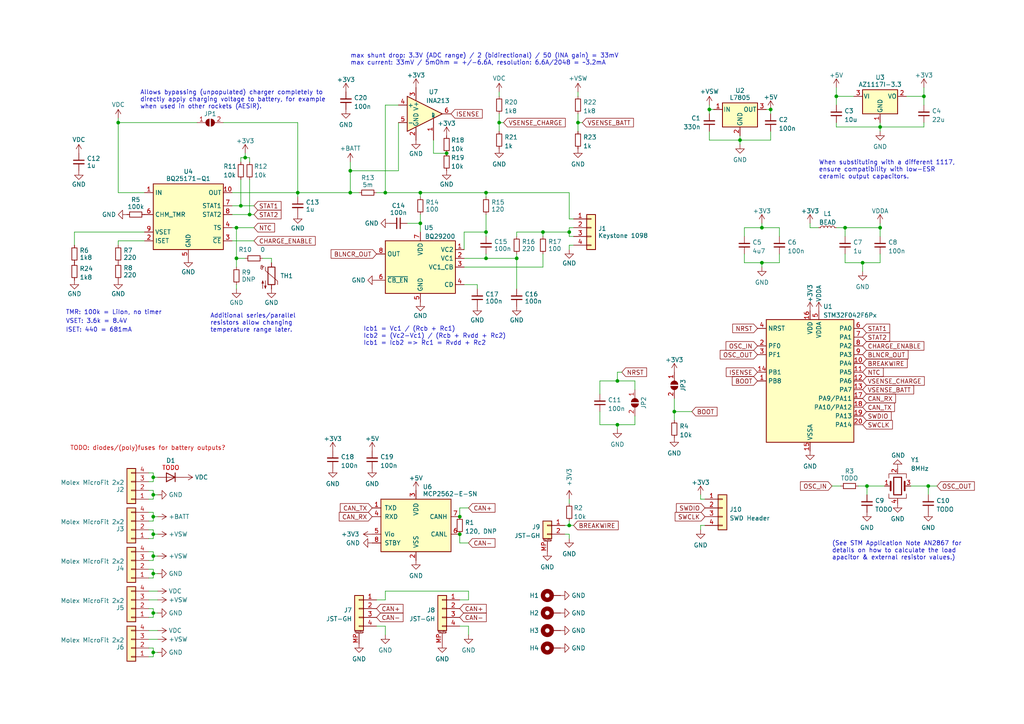
<source format=kicad_sch>
(kicad_sch (version 20230121) (generator eeschema)
  (paper "A4")
  (junction (at 242.57 27.94))
  (junction (at 255.27 66.04))
  (junction (at 220.98 66.04))
  (junction (at 44.45 177.8))
  (junction (at 111.76 55.88))
  (junction (at 68.58 66.04))
  (junction (at 121.92 55.88))
  (junction (at 144.78 35.56))
  (junction (at 140.97 67.31))
  (junction (at 72.39 62.23))
  (junction (at 255.27 36.83))
  (junction (at 34.29 35.56))
  (junction (at 179.07 110.49))
  (junction (at 129.54 44.45))
  (junction (at 140.97 55.88))
  (junction (at 140.97 74.93))
  (junction (at 195.58 119.38))
  (junction (at 44.45 161.29))
  (junction (at 165.1 152.4))
  (junction (at 205.74 31.75))
  (junction (at 86.36 55.88))
  (junction (at 71.12 45.72))
  (junction (at 269.24 140.97))
  (junction (at 44.45 138.43))
  (junction (at 220.98 76.2))
  (junction (at 214.63 40.64))
  (junction (at 44.45 149.86))
  (junction (at 101.6 49.53))
  (junction (at 44.45 189.23))
  (junction (at 69.85 59.69))
  (junction (at 250.19 76.2))
  (junction (at 223.52 31.75))
  (junction (at 133.35 154.94))
  (junction (at 157.48 67.31))
  (junction (at 149.86 74.93))
  (junction (at 133.35 149.86))
  (junction (at 68.58 74.93))
  (junction (at 179.07 123.19))
  (junction (at 121.92 64.77))
  (junction (at 245.11 66.04))
  (junction (at 167.64 35.56))
  (junction (at 101.6 55.88))
  (junction (at 44.45 166.37))
  (junction (at 267.97 27.94))
  (junction (at 44.45 143.51))
  (junction (at 251.46 140.97))
  (junction (at 165.1 67.31))
  (junction (at 44.45 154.94))
  (wire (pts (xy 135.89 181.61) (xy 135.89 184.15)))
  (wire (pts (xy 269.24 140.97) (xy 269.24 143.51)))
  (wire (pts (xy 111.76 173.99) (xy 109.22 173.99)))
  (wire (pts (xy 255.27 66.04) (xy 255.27 68.58)))
  (wire (pts (xy 267.97 27.94) (xy 262.89 27.94)))
  (wire (pts (xy 255.27 64.77) (xy 255.27 66.04)))
  (wire (pts (xy 45.72 171.45) (xy 43.18 171.45)))
  (wire (pts (xy 44.45 139.7) (xy 43.18 139.7)))
  (wire (pts (xy 69.85 45.72) (xy 69.85 46.99)))
  (wire (pts (xy 44.45 137.16) (xy 44.45 138.43)))
  (wire (pts (xy 267.97 25.4) (xy 267.97 27.94)))
  (wire (pts (xy 44.45 179.07) (xy 43.18 179.07)))
  (wire (pts (xy 134.62 77.47) (xy 157.48 77.47)))
  (wire (pts (xy 220.98 64.77) (xy 220.98 66.04)))
  (wire (pts (xy 215.9 66.04) (xy 215.9 68.58)))
  (wire (pts (xy 45.72 189.23) (xy 44.45 189.23)))
  (wire (pts (xy 44.45 156.21) (xy 43.18 156.21)))
  (wire (pts (xy 223.52 38.1) (xy 223.52 40.64)))
  (wire (pts (xy 86.36 35.56) (xy 86.36 55.88)))
  (wire (pts (xy 149.86 74.93) (xy 149.86 83.82)))
  (wire (pts (xy 167.64 35.56) (xy 168.91 35.56)))
  (wire (pts (xy 44.45 143.51) (xy 44.45 142.24)))
  (wire (pts (xy 45.72 138.43) (xy 44.45 138.43)))
  (wire (pts (xy 44.45 160.02) (xy 43.18 160.02)))
  (wire (pts (xy 144.78 26.67) (xy 144.78 27.94)))
  (wire (pts (xy 223.52 31.75) (xy 223.52 33.02)))
  (wire (pts (xy 220.98 66.04) (xy 226.06 66.04)))
  (wire (pts (xy 241.3 140.97) (xy 243.84 140.97)))
  (wire (pts (xy 165.1 154.94) (xy 165.1 156.21)))
  (wire (pts (xy 215.9 66.04) (xy 220.98 66.04)))
  (wire (pts (xy 45.72 143.51) (xy 44.45 143.51)))
  (wire (pts (xy 157.48 67.31) (xy 165.1 67.31)))
  (wire (pts (xy 44.45 176.53) (xy 43.18 176.53)))
  (wire (pts (xy 111.76 30.48) (xy 115.57 30.48)))
  (wire (pts (xy 69.85 52.07) (xy 69.85 59.69)))
  (wire (pts (xy 165.1 66.04) (xy 165.1 67.31)))
  (wire (pts (xy 125.73 44.45) (xy 125.73 40.64)))
  (wire (pts (xy 220.98 76.2) (xy 226.06 76.2)))
  (wire (pts (xy 255.27 76.2) (xy 255.27 73.66)))
  (wire (pts (xy 44.45 137.16) (xy 43.18 137.16)))
  (wire (pts (xy 44.45 161.29) (xy 44.45 162.56)))
  (wire (pts (xy 195.58 119.38) (xy 200.66 119.38)))
  (wire (pts (xy 121.92 62.23) (xy 121.92 64.77)))
  (wire (pts (xy 144.78 35.56) (xy 146.05 35.56)))
  (wire (pts (xy 242.57 66.04) (xy 245.11 66.04)))
  (wire (pts (xy 111.76 173.99) (xy 111.76 171.45)))
  (wire (pts (xy 101.6 55.88) (xy 104.14 55.88)))
  (wire (pts (xy 149.86 73.66) (xy 149.86 74.93)))
  (wire (pts (xy 133.35 154.94) (xy 133.35 157.48)))
  (wire (pts (xy 44.45 153.67) (xy 43.18 153.67)))
  (wire (pts (xy 86.36 55.88) (xy 101.6 55.88)))
  (wire (pts (xy 44.45 177.8) (xy 44.45 179.07)))
  (wire (pts (xy 140.97 74.93) (xy 149.86 74.93)))
  (wire (pts (xy 134.62 74.93) (xy 140.97 74.93)))
  (wire (pts (xy 237.49 66.04) (xy 234.95 66.04)))
  (wire (pts (xy 165.1 63.5) (xy 165.1 55.88)))
  (wire (pts (xy 45.72 185.42) (xy 43.18 185.42)))
  (wire (pts (xy 44.45 151.13) (xy 43.18 151.13)))
  (wire (pts (xy 167.64 33.02) (xy 167.64 35.56)))
  (wire (pts (xy 215.9 76.2) (xy 220.98 76.2)))
  (wire (pts (xy 222.25 31.75) (xy 223.52 31.75)))
  (wire (pts (xy 73.66 59.69) (xy 69.85 59.69)))
  (wire (pts (xy 68.58 82.55) (xy 68.58 83.82)))
  (wire (pts (xy 76.2 74.93) (xy 78.74 74.93)))
  (wire (pts (xy 111.76 181.61) (xy 109.22 181.61)))
  (wire (pts (xy 34.29 35.56) (xy 34.29 55.88)))
  (wire (pts (xy 167.64 35.56) (xy 167.64 38.1)))
  (wire (pts (xy 144.78 33.02) (xy 144.78 35.56)))
  (wire (pts (xy 44.45 166.37) (xy 44.45 167.64)))
  (wire (pts (xy 140.97 67.31) (xy 140.97 68.58)))
  (wire (pts (xy 166.37 66.04) (xy 165.1 66.04)))
  (wire (pts (xy 214.63 40.64) (xy 214.63 41.91)))
  (wire (pts (xy 44.45 162.56) (xy 43.18 162.56)))
  (wire (pts (xy 73.66 62.23) (xy 72.39 62.23)))
  (wire (pts (xy 129.54 44.45) (xy 125.73 44.45)))
  (wire (pts (xy 44.45 154.94) (xy 44.45 156.21)))
  (wire (pts (xy 69.85 59.69) (xy 67.31 59.69)))
  (wire (pts (xy 34.29 69.85) (xy 41.91 69.85)))
  (wire (pts (xy 67.31 66.04) (xy 68.58 66.04)))
  (wire (pts (xy 245.11 66.04) (xy 255.27 66.04)))
  (wire (pts (xy 134.62 67.31) (xy 140.97 67.31)))
  (wire (pts (xy 135.89 147.32) (xy 133.35 147.32)))
  (wire (pts (xy 207.01 31.75) (xy 205.74 31.75)))
  (wire (pts (xy 165.1 151.13) (xy 165.1 152.4)))
  (wire (pts (xy 44.45 138.43) (xy 44.45 139.7)))
  (wire (pts (xy 220.98 76.2) (xy 220.98 77.47)))
  (wire (pts (xy 165.1 72.39) (xy 165.1 71.12)))
  (wire (pts (xy 245.11 66.04) (xy 245.11 68.58)))
  (wire (pts (xy 149.86 67.31) (xy 149.86 68.58)))
  (wire (pts (xy 71.12 45.72) (xy 69.85 45.72)))
  (wire (pts (xy 121.92 57.15) (xy 121.92 55.88)))
  (wire (pts (xy 179.07 110.49) (xy 173.99 110.49)))
  (wire (pts (xy 251.46 140.97) (xy 251.46 143.51)))
  (wire (pts (xy 44.45 189.23) (xy 44.45 190.5)))
  (wire (pts (xy 165.1 67.31) (xy 165.1 68.58)))
  (wire (pts (xy 86.36 57.15) (xy 86.36 55.88)))
  (wire (pts (xy 72.39 52.07) (xy 72.39 62.23)))
  (wire (pts (xy 44.45 142.24) (xy 43.18 142.24)))
  (wire (pts (xy 140.97 74.93) (xy 140.97 73.66)))
  (wire (pts (xy 250.19 76.2) (xy 245.11 76.2)))
  (wire (pts (xy 109.22 55.88) (xy 111.76 55.88)))
  (wire (pts (xy 242.57 35.56) (xy 242.57 36.83)))
  (wire (pts (xy 256.54 140.97) (xy 251.46 140.97)))
  (wire (pts (xy 73.66 69.85) (xy 67.31 69.85)))
  (wire (pts (xy 111.76 55.88) (xy 121.92 55.88)))
  (wire (pts (xy 111.76 30.48) (xy 111.76 55.88)))
  (wire (pts (xy 214.63 40.64) (xy 205.74 40.64)))
  (wire (pts (xy 34.29 35.56) (xy 57.15 35.56)))
  (wire (pts (xy 44.45 190.5) (xy 43.18 190.5)))
  (wire (pts (xy 167.64 26.67) (xy 167.64 27.94)))
  (wire (pts (xy 111.76 171.45) (xy 135.89 171.45)))
  (wire (pts (xy 165.1 68.58) (xy 166.37 68.58)))
  (wire (pts (xy 72.39 45.72) (xy 71.12 45.72)))
  (wire (pts (xy 195.58 115.57) (xy 195.58 119.38)))
  (wire (pts (xy 205.74 31.75) (xy 205.74 33.02)))
  (wire (pts (xy 134.62 67.31) (xy 134.62 72.39)))
  (wire (pts (xy 267.97 30.48) (xy 267.97 27.94)))
  (wire (pts (xy 78.74 74.93) (xy 78.74 76.2)))
  (wire (pts (xy 118.11 64.77) (xy 121.92 64.77)))
  (wire (pts (xy 179.07 107.95) (xy 180.34 107.95)))
  (wire (pts (xy 242.57 27.94) (xy 247.65 27.94)))
  (wire (pts (xy 111.76 181.61) (xy 111.76 184.15)))
  (wire (pts (xy 44.45 160.02) (xy 44.45 161.29)))
  (wire (pts (xy 101.6 49.53) (xy 101.6 55.88)))
  (wire (pts (xy 44.45 148.59) (xy 44.45 149.86)))
  (wire (pts (xy 44.45 143.51) (xy 44.45 144.78)))
  (wire (pts (xy 45.72 177.8) (xy 44.45 177.8)))
  (wire (pts (xy 179.07 123.19) (xy 173.99 123.19)))
  (wire (pts (xy 72.39 62.23) (xy 67.31 62.23)))
  (wire (pts (xy 264.16 140.97) (xy 269.24 140.97)))
  (wire (pts (xy 68.58 74.93) (xy 71.12 74.93)))
  (wire (pts (xy 64.77 35.56) (xy 86.36 35.56)))
  (wire (pts (xy 173.99 110.49) (xy 173.99 114.3)))
  (wire (pts (xy 165.1 152.4) (xy 166.37 152.4)))
  (wire (pts (xy 101.6 49.53) (xy 115.57 49.53)))
  (wire (pts (xy 45.72 166.37) (xy 44.45 166.37)))
  (wire (pts (xy 205.74 40.64) (xy 205.74 38.1)))
  (wire (pts (xy 72.39 46.99) (xy 72.39 45.72)))
  (wire (pts (xy 44.45 153.67) (xy 44.45 154.94)))
  (wire (pts (xy 184.15 110.49) (xy 179.07 110.49)))
  (wire (pts (xy 67.31 55.88) (xy 86.36 55.88)))
  (wire (pts (xy 215.9 76.2) (xy 215.9 73.66)))
  (wire (pts (xy 115.57 49.53) (xy 115.57 35.56)))
  (wire (pts (xy 226.06 76.2) (xy 226.06 73.66)))
  (wire (pts (xy 45.72 149.86) (xy 44.45 149.86)))
  (wire (pts (xy 157.48 68.58) (xy 157.48 67.31)))
  (wire (pts (xy 101.6 46.99) (xy 101.6 49.53)))
  (wire (pts (xy 242.57 27.94) (xy 242.57 30.48)))
  (wire (pts (xy 140.97 62.23) (xy 140.97 67.31)))
  (wire (pts (xy 214.63 39.37) (xy 214.63 40.64)))
  (wire (pts (xy 255.27 36.83) (xy 242.57 36.83)))
  (wire (pts (xy 45.72 173.99) (xy 43.18 173.99)))
  (wire (pts (xy 250.19 76.2) (xy 255.27 76.2)))
  (wire (pts (xy 140.97 55.88) (xy 165.1 55.88)))
  (wire (pts (xy 133.35 147.32) (xy 133.35 149.86)))
  (wire (pts (xy 226.06 66.04) (xy 226.06 68.58)))
  (wire (pts (xy 144.78 35.56) (xy 144.78 38.1)))
  (wire (pts (xy 184.15 110.49) (xy 184.15 113.03)))
  (wire (pts (xy 205.74 31.75) (xy 205.74 30.48)))
  (wire (pts (xy 44.45 165.1) (xy 44.45 166.37)))
  (wire (pts (xy 44.45 187.96) (xy 43.18 187.96)))
  (wire (pts (xy 223.52 40.64) (xy 214.63 40.64)))
  (wire (pts (xy 179.07 123.19) (xy 184.15 123.19)))
  (wire (pts (xy 34.29 55.88) (xy 41.91 55.88)))
  (wire (pts (xy 44.45 167.64) (xy 43.18 167.64)))
  (wire (pts (xy 138.43 82.55) (xy 134.62 82.55)))
  (wire (pts (xy 195.58 119.38) (xy 195.58 121.92)))
  (wire (pts (xy 45.72 161.29) (xy 44.45 161.29)))
  (wire (pts (xy 44.45 148.59) (xy 43.18 148.59)))
  (wire (pts (xy 34.29 69.85) (xy 34.29 71.12)))
  (wire (pts (xy 135.89 171.45) (xy 135.89 173.99)))
  (wire (pts (xy 45.72 154.94) (xy 44.45 154.94)))
  (wire (pts (xy 267.97 36.83) (xy 255.27 36.83)))
  (wire (pts (xy 163.83 152.4) (xy 165.1 152.4)))
  (wire (pts (xy 44.45 176.53) (xy 44.45 177.8)))
  (wire (pts (xy 43.18 144.78) (xy 44.45 144.78)))
  (wire (pts (xy 271.78 140.97) (xy 269.24 140.97)))
  (wire (pts (xy 157.48 73.66) (xy 157.48 77.47)))
  (wire (pts (xy 121.92 55.88) (xy 140.97 55.88)))
  (wire (pts (xy 68.58 66.04) (xy 68.58 74.93)))
  (wire (pts (xy 71.12 45.72) (xy 71.12 44.45)))
  (wire (pts (xy 245.11 76.2) (xy 245.11 73.66)))
  (wire (pts (xy 133.35 157.48) (xy 135.89 157.48)))
  (wire (pts (xy 184.15 120.65) (xy 184.15 123.19)))
  (wire (pts (xy 179.07 110.49) (xy 179.07 107.95)))
  (wire (pts (xy 149.86 67.31) (xy 157.48 67.31)))
  (wire (pts (xy 44.45 149.86) (xy 44.45 151.13)))
  (wire (pts (xy 135.89 181.61) (xy 133.35 181.61)))
  (wire (pts (xy 203.2 144.78) (xy 203.2 143.51)))
  (wire (pts (xy 121.92 64.77) (xy 121.92 67.31)))
  (wire (pts (xy 179.07 124.46) (xy 179.07 123.19)))
  (wire (pts (xy 138.43 83.82) (xy 138.43 82.55)))
  (wire (pts (xy 165.1 144.78) (xy 165.1 146.05)))
  (wire (pts (xy 204.47 152.4) (xy 203.2 152.4)))
  (wire (pts (xy 234.95 64.77) (xy 234.95 66.04)))
  (wire (pts (xy 140.97 57.15) (xy 140.97 55.88)))
  (wire (pts (xy 255.27 35.56) (xy 255.27 36.83)))
  (wire (pts (xy 165.1 63.5) (xy 166.37 63.5)))
  (wire (pts (xy 248.92 140.97) (xy 251.46 140.97)))
  (wire (pts (xy 163.83 154.94) (xy 165.1 154.94)))
  (wire (pts (xy 21.59 67.31) (xy 21.59 71.12)))
  (wire (pts (xy 44.45 165.1) (xy 43.18 165.1)))
  (wire (pts (xy 250.19 78.74) (xy 250.19 76.2)))
  (wire (pts (xy 44.45 187.96) (xy 44.45 189.23)))
  (wire (pts (xy 41.91 67.31) (xy 21.59 67.31)))
  (wire (pts (xy 242.57 25.4) (xy 242.57 27.94)))
  (wire (pts (xy 34.29 34.29) (xy 34.29 35.56)))
  (wire (pts (xy 255.27 36.83) (xy 255.27 38.1)))
  (wire (pts (xy 68.58 74.93) (xy 68.58 77.47)))
  (wire (pts (xy 45.72 182.88) (xy 43.18 182.88)))
  (wire (pts (xy 165.1 71.12) (xy 166.37 71.12)))
  (wire (pts (xy 204.47 144.78) (xy 203.2 144.78)))
  (wire (pts (xy 173.99 123.19) (xy 173.99 119.38)))
  (wire (pts (xy 68.58 66.04) (xy 73.66 66.04)))
  (wire (pts (xy 203.2 152.4) (xy 203.2 153.67)))
  (wire (pts (xy 267.97 35.56) (xy 267.97 36.83)))
  (wire (pts (xy 133.35 173.99) (xy 135.89 173.99)))
  (text "(See STM Application Note AN2867 for\ndetails on how to calculate the load \napacitor & external resistor values.)" (at 241.3 162.56 0) (effects (font (size 1.27 1.27)) (justify left bottom)))
  (text "TODO: diodes/(poly)fuses for battery outputs?" (at 20.32 130.81 0) (effects (font (size 1.27 1.27)) (justify left bottom)))
  (text "Icb1 = Vc1 / (Rcb + Rc1)\nIcb2 = (Vc2-Vc1) / (Rcb + Rvdd + Rc2)\nIcb1 = Icb2 => Rc1 = Rvdd + Rc2" (at 105.41 100.33 0) (effects (font (size 1.27 1.27)) (justify left bottom)))
  (text "When substituting with a different 1117,\nensure compatibility with low-ESR\nceramic output capacitors." (at 237.49 52.07 0) (effects (font (size 1.27 1.27)) (justify left bottom)))
  (text "max shunt drop: 3.3V (ADC range) / 2 (bidirectional) / 50 (INA gain) = 33mV\nmax current: 33mV / 5mOhm = +/-6.6A, resolution: 6.6A/2048 = ~3.2mA" (at 101.6 19.05 0) (effects (font (size 1.27 1.27)) (justify left bottom)))
  (text "TMR: 100k = LiIon, no timer" (at 19.05 91.44 0) (effects (font (size 1.27 1.27)) (justify left bottom)))
  (text "VSET: 3.6k = 8.4V" (at 19.05 93.98 0) (effects (font (size 1.27 1.27)) (justify left bottom)))
  (text "Allows bypassing (unpopulated) charger completely to\ndirectly apply charging voltage to battery, for example\nwhen used in other rockets (AESIR)." (at 40.64 31.75 0) (effects (font (size 1.27 1.27)) (justify left bottom)))
  (text "Additional series/parallel\nresistors allow changing\ntemperature range later." (at 60.96 96.52 0) (effects (font (size 1.27 1.27)) (justify left bottom)))
  (text "ISET: 440 = 681mA" (at 19.05 96.52 0) (effects (font (size 1.27 1.27)) (justify left bottom)))
  (global_label "STAT2" (shape input) (at 73.66 62.23 0) (property "Intersheetrefs" "${INTERSHEET_REFS}" (effects hide)))
  (global_label "BREAKWIRE" (shape input) (at 166.37 152.4 0) (property "Intersheetrefs" "${INTERSHEET_REFS}" (effects hide)))
  (global_label "SWDIO" (shape input) (at 204.47 147.32 180) (property "Intersheetrefs" "${INTERSHEET_REFS}" (effects hide)))
  (global_label "CAN_TX" (shape input) (at 250.19 118.11 0) (property "Intersheetrefs" "${INTERSHEET_REFS}" (effects hide)))
  (global_label "CAN_TX" (shape input) (at 107.95 147.32 180) (property "Intersheetrefs" "${INTERSHEET_REFS}" (effects hide)))
  (global_label "OSC_OUT" (shape input) (at 271.78 140.97 0) (property "Intersheetrefs" "${INTERSHEET_REFS}" (effects hide)))
  (global_label "ISENSE" (shape input) (at 219.71 107.95 180) (property "Intersheetrefs" "${INTERSHEET_REFS}" (effects hide)))
  (global_label "NRST" (shape input) (at 180.34 107.95 0) (property "Intersheetrefs" "${INTERSHEET_REFS}" (effects hide)))
  (global_label "CAN+" (shape input) (at 109.22 176.53 0) (property "Intersheetrefs" "${INTERSHEET_REFS}" (effects hide)))
  (global_label "NRST" (shape input) (at 219.71 95.25 180) (property "Intersheetrefs" "${INTERSHEET_REFS}" (effects hide)))
  (global_label "VSENSE_CHARGE" (shape input) (at 146.05 35.56 0) (property "Intersheetrefs" "${INTERSHEET_REFS}" (effects hide)))
  (global_label "ISENSE" (shape input) (at 130.81 33.02 0) (property "Intersheetrefs" "${INTERSHEET_REFS}" (effects hide)))
  (global_label "STAT2" (shape input) (at 250.19 97.79 0) (property "Intersheetrefs" "${INTERSHEET_REFS}" (effects hide)))
  (global_label "VSENSE_BATT" (shape input) (at 168.91 35.56 0) (property "Intersheetrefs" "${INTERSHEET_REFS}" (effects hide)))
  (global_label "STAT1" (shape input) (at 250.19 95.25 0) (property "Intersheetrefs" "${INTERSHEET_REFS}" (effects hide)))
  (global_label "SWCLK" (shape input) (at 250.19 123.19 0) (property "Intersheetrefs" "${INTERSHEET_REFS}" (effects hide)))
  (global_label "VSENSE_BATT" (shape input) (at 250.19 113.03 0) (property "Intersheetrefs" "${INTERSHEET_REFS}" (effects hide)))
  (global_label "CAN+" (shape input) (at 135.89 147.32 0) (property "Intersheetrefs" "${INTERSHEET_REFS}" (effects hide)))
  (global_label "OSC_IN" (shape input) (at 241.3 140.97 180) (property "Intersheetrefs" "${INTERSHEET_REFS}" (effects hide)))
  (global_label "CAN+" (shape input) (at 133.35 176.53 0) (property "Intersheetrefs" "${INTERSHEET_REFS}" (effects hide)))
  (global_label "SWCLK" (shape input) (at 204.47 149.86 180) (property "Intersheetrefs" "${INTERSHEET_REFS}" (effects hide)))
  (global_label "NTC" (shape input) (at 250.19 107.95 0) (property "Intersheetrefs" "${INTERSHEET_REFS}" (effects hide)))
  (global_label "CAN-" (shape input) (at 135.89 157.48 0) (property "Intersheetrefs" "${INTERSHEET_REFS}" (effects hide)))
  (global_label "OSC_IN" (shape input) (at 219.71 100.33 180) (property "Intersheetrefs" "${INTERSHEET_REFS}" (effects hide)))
  (global_label "BOOT" (shape input) (at 219.71 110.49 180) (property "Intersheetrefs" "${INTERSHEET_REFS}" (effects hide)))
  (global_label "BREAKWIRE" (shape input) (at 250.19 105.41 0) (property "Intersheetrefs" "${INTERSHEET_REFS}" (effects hide)))
  (global_label "OSC_OUT" (shape input) (at 219.71 102.87 180) (property "Intersheetrefs" "${INTERSHEET_REFS}" (effects hide)))
  (global_label "BOOT" (shape input) (at 200.66 119.38 0) (property "Intersheetrefs" "${INTERSHEET_REFS}" (effects hide)))
  (global_label "STAT1" (shape input) (at 73.66 59.69 0) (property "Intersheetrefs" "${INTERSHEET_REFS}" (effects hide)))
  (global_label "SWDIO" (shape input) (at 250.19 120.65 0) (property "Intersheetrefs" "${INTERSHEET_REFS}" (effects hide)))
  (global_label "CAN-" (shape input) (at 109.22 179.07 0) (property "Intersheetrefs" "${INTERSHEET_REFS}" (effects hide)))
  (global_label "NTC" (shape input) (at 73.66 66.04 0) (property "Intersheetrefs" "${INTERSHEET_REFS}" (effects hide)))
  (global_label "CAN-" (shape input) (at 133.35 179.07 0) (property "Intersheetrefs" "${INTERSHEET_REFS}" (effects hide)))
  (global_label "BLNCR_OUT" (shape input) (at 109.22 73.66 180) (property "Intersheetrefs" "${INTERSHEET_REFS}" (effects hide)))
  (global_label "CHARGE_ENABLE" (shape input) (at 73.66 69.85 0) (property "Intersheetrefs" "${INTERSHEET_REFS}" (effects hide)))
  (global_label "VSENSE_CHARGE" (shape input) (at 250.19 110.49 0) (property "Intersheetrefs" "${INTERSHEET_REFS}" (effects hide)))
  (global_label "CHARGE_ENABLE" (shape input) (at 250.19 100.33 0) (property "Intersheetrefs" "${INTERSHEET_REFS}" (effects hide)))
  (global_label "BLNCR_OUT" (shape input) (at 250.19 102.87 0) (property "Intersheetrefs" "${INTERSHEET_REFS}" (effects hide)))
  (global_label "CAN_RX" (shape input) (at 250.19 115.57 0) (property "Intersheetrefs" "${INTERSHEET_REFS}" (effects hide)))
  (global_label "CAN_RX" (shape input) (at 107.95 149.86 180) (property "Intersheetrefs" "${INTERSHEET_REFS}" (effects hide)))
  (symbol (lib_id "Device:R_Small") (at 157.48 71.12 180) (unit 1)
    (property "Reference" "R17" (at 158.9786 70.096 0) (effects (justify right)))
    (property "Value" "100" (at 158.9786 72.144 0) (effects (justify right)))
    (property "Footprint" "Resistor_SMD:R_0603_1608Metric" (effects hide))
    (property "Manufacturer" "YAGEO" (effects hide))
  )
  (symbol (lib_id "power:+BATT") (at 45.72 149.86 270) (unit 1)
    (property "Reference" "#PWR06" (effects hide))
    (property "Value" "+BATT" (at 48.895 149.86 90) (effects (justify left)))
  )
  (symbol (lib_id "power:GND") (at 21.59 81.28 0) (unit 1)
    (property "Reference" "#PWR058" (effects hide))
    (property "Value" "GND" (at 21.59 85.225 0))
  )
  (symbol (lib_id "power:VDC") (at 144.78 26.67 0) (unit 1)
    (property "Reference" "#PWR080" (effects hide))
    (property "Value" "VDC" (at 144.78 22.725 0))
  )
  (symbol (lib_id "power:GND") (at 129.54 49.53 0) (unit 1)
    (property "Reference" "#PWR079" (effects hide))
    (property "Value" "GND" (at 129.54 53.475 0))
  )
  (symbol (lib_id "Device:C_Small") (at 267.97 33.02 180) (unit 1)
    (property "Reference" "C4" (at 270.2941 32.1789 0) (effects (justify right)))
    (property "Value" "22u" (at 270.2941 34.7158 0) (effects (justify right)))
    (property "Footprint" "Capacitor_SMD:C_1206_3216Metric" (effects hide))
    (property "LCSC#" "C12891" (effects hide))
    (property "Manufacturer" "Samsung Electro-Mechanics" (effects hide))
    (property "Part#" "CL31A226KAHNNNE" (effects hide))
  )
  (symbol (lib_id "power:GND") (at 107.95 157.48 270) (unit 1)
    (property "Reference" "#PWR032" (effects hide))
    (property "Value" "GND" (at 100.33 157.48 90) (effects (justify left)))
  )
  (symbol (lib_id "Device:R_Small") (at 165.1 148.59 0) (unit 1)
    (property "Reference" "R2" (at 166.37 147.32 0) (effects (justify left)))
    (property "Value" "10k" (at 166.37 149.86 0) (effects (justify left)))
    (property "Footprint" "Resistor_SMD:R_0603_1608Metric" (effects hide))
    (property "LCSC#" "C98220" (effects hide))
    (property "Manufacturer" "YAGEO" (effects hide))
    (property "Part#" "RC0603FR-0710KL" (effects hide))
  )
  (symbol (lib_id "power:GND") (at 260.35 135.89 180) (unit 1)
    (property "Reference" "#PWR046" (effects hide))
    (property "Value" "GND" (at 258.445 132.08 0) (effects (justify right)))
  )
  (symbol (lib_id "power:GND") (at 214.63 41.91 0) (unit 1)
    (property "Reference" "#PWR025" (effects hide))
    (property "Value" "GND" (at 214.63 46.3534 0))
  )
  (symbol (lib_id "Mechanical:MountingHole_Pad") (at 160.02 177.8 90) (unit 1)
    (property "Reference" "H2" (at 154.94 177.8 90))
    (property "Value" "MountingHole_Pad" (effects hide))
    (property "Footprint" "MountingHole:MountingHole_3.2mm_M3_Pad_Via" (effects hide))
  )
  (symbol (lib_id "Device:Crystal_GND24") (at 260.35 140.97 0) (unit 1)
    (property "Reference" "Y1" (at 264.16 133.35 0) (effects (justify left)))
    (property "Value" "8MHz" (at 264.16 135.89 0) (effects (justify left)))
    (property "Footprint" "Oscillator:Oscillator_SMD_SeikoEpson_SG210-4Pin_2.5x2.0mm" (effects hide))
    (property "Manufacturer" "Seiko Epson" (effects hide))
  )
  (symbol (lib_id "Device:C_Small") (at 215.9 71.12 180) (unit 1)
    (property "Reference" "C5" (at 218.2241 70.2789 0) (effects (justify right)))
    (property "Value" "4u7" (at 218.2241 72.8158 0) (effects (justify right)))
    (property "Footprint" "Capacitor_SMD:C_1206_3216Metric" (effects hide))
    (property "LCSC#" "C1872" (effects hide))
    (property "Manufacturer" "Samsung Electro-Mechanics" (effects hide))
    (property "Part#" "CL31B475KAHNNNE" (effects hide))
  )
  (symbol (lib_id "power:+3V3") (at 195.58 107.95 0) (unit 1)
    (property "Reference" "#PWR051" (effects hide))
    (property "Value" "+3V3" (at 195.58 104.3742 0))
  )
  (symbol (lib_id "Device:C_Small") (at 107.95 133.35 180) (unit 1)
    (property "Reference" "C19" (at 110.2741 132.5089 0) (effects (justify right)))
    (property "Value" "100n" (at 110.2741 135.0458 0) (effects (justify right)))
    (property "Footprint" "Capacitor_SMD:C_0603_1608Metric" (effects hide))
    (property "LCSC#" "C1591" (effects hide))
    (property "Manufacturer" "Samsung Electro-Mechanics" (effects hide))
    (property "Part#" "CL10B104KB8NNNC" (effects hide))
  )
  (symbol (lib_id "power:GND") (at 138.43 88.9 0) (unit 1)
    (property "Reference" "#PWR068" (effects hide))
    (property "Value" "GND" (at 138.43 92.845 0))
  )
  (symbol (lib_id "Device:R_Small") (at 246.38 140.97 90) (unit 1)
    (property "Reference" "R3" (at 246.38 136.6534 90))
    (property "Value" "TODO" (at 246.38 138.7014 90))
    (property "Footprint" "Resistor_SMD:R_0603_1608Metric" (effects hide))
    (property "LCSC#" "C105881" (effects hide))
    (property "Manufacturer" "YAGEO" (effects hide))
    (property "Part#" "RC0603FR-07330RL" (effects hide))
  )
  (symbol (lib_id "power:+3V3") (at 107.95 154.94 90) (unit 1)
    (property "Reference" "#PWR031" (effects hide))
    (property "Value" "+3V3" (at 101.6 154.94 90))
  )
  (symbol (lib_id "Device:C_Small") (at 269.24 146.05 180) (unit 1)
    (property "Reference" "C10" (at 271.5641 145.2089 0) (effects (justify right)))
    (property "Value" "TODO" (at 271.5641 147.7458 0) (effects (justify right)))
    (property "Footprint" "Capacitor_SMD:C_0603_1608Metric" (effects hide))
    (property "LCSC#" "C1653" (effects hide))
    (property "Manufacturer" "Samsung Electro-Mechanics" (effects hide))
    (property "Part#" "CL10C220JB8NNNC" (effects hide))
  )
  (symbol (lib_id "Device:C_Small") (at 223.52 35.56 180) (unit 1)
    (property "Reference" "C2" (at 225.8441 34.7189 0) (effects (justify right)))
    (property "Value" "100n" (at 225.8441 37.2558 0) (effects (justify right)))
    (property "Footprint" "Capacitor_SMD:C_0603_1608Metric" (effects hide))
    (property "LCSC#" "C1591" (effects hide))
    (property "Manufacturer" "Samsung Electro-Mechanics" (effects hide))
    (property "Part#" "CL10B104KB8NNNC" (effects hide))
  )
  (symbol (lib_id "power:GND") (at 269.24 148.59 0) (unit 1)
    (property "Reference" "#PWR048" (effects hide))
    (property "Value" "GND" (at 269.24 153.0334 0))
  )
  (symbol (lib_id "Device:Thermistor_NTC") (at 78.74 80.01 0) (unit 1)
    (property "Reference" "TH1" (at 81.28 80.01 0) (effects (justify left)))
    (property "Value" "NCU18XH103F6SRB" (effects hide))
    (property "Footprint" "Resistor_SMD:R_0603_1608Metric" (effects hide))
    (property "DigiKey#" "490-18139-1-ND" (effects hide))
    (property "Manufacturer" "Murata Electronics" (effects hide))
    (property "Part#" "NCU18XH103F6SRB" (effects hide))
    (property "Notes" "Datasheet calls for 103AT, this seems similar." (effects hide))
  )
  (symbol (lib_id "power:GND") (at 78.74 83.82 0) (unit 1)
    (property "Reference" "#PWR062" (effects hide))
    (property "Value" "GND" (at 78.74 87.765 0))
  )
  (symbol (lib_id "power:VDDA") (at 255.27 64.77 0) (unit 1)
    (property "Reference" "#PWR040" (effects hide))
    (property "Value" "VDDA" (at 255.27 61.1942 0))
  )
  (symbol (lib_id "power:+3V3") (at 165.1 144.78 0) (unit 1)
    (property "Reference" "#PWR027" (effects hide))
    (property "Value" "+3V3" (at 165.1 138.43 90))
  )
  (symbol (lib_id "Regulator_Linear:AZ1117-3.3") (at 255.27 27.94 0) (unit 1)
    (property "Reference" "U3" (at 255.27 22.455 0))
    (property "Value" "AZ1117I-3.3" (at 255.27 24.503 0))
    (property "Footprint" "Package_TO_SOT_SMD:SOT-223-3_TabPin2" (effects hide))
    (property "Datasheet" "https://www.diodes.com/assets/Datasheets/AZ1117.pdf" (effects hide))
    (property "Notes" "When substituting with a different 1117, ensure compatibility with low-ESR ceramic output capacitors." (effects hide))
    (property "LCSC#" "C92102" (effects hide))
    (property "Manufacturer" "Diodes Incorporated" (effects hide))
    (property "Part#" "AZ1117CH-3.3TRG1" (effects hide))
  )
  (symbol (lib_id "Device:C_Small") (at 245.11 71.12 180) (unit 1)
    (property "Reference" "C7" (at 247.4341 70.2789 0) (effects (justify right)))
    (property "Value" "1u" (at 247.4341 72.8158 0) (effects (justify right)))
    (property "Footprint" "Capacitor_SMD:C_0805_2012Metric" (effects hide))
    (property "LCSC#" "C318694" (effects hide))
    (property "Manufacturer" "Samsung Electro-Mechanics" (effects hide))
    (property "Part#" "CL21A105KBCLNNC" (effects hide))
  )
  (symbol (lib_id "Connector_Generic:Conn_01x04") (at 38.1 165.1 180) (unit 1)
    (property "Reference" "J4" (at 36.068 164.854 0) (effects (justify left)))
    (property "Value" "Molex MicroFit 2x2" (at 36.068 162.806 0) (effects (justify left)))
    (property "Footprint" "Connector_Molex:Molex_Micro-Fit_3.0_43045-0400_2x02_P3.00mm_Horizontal" (effects hide))
  )
  (symbol (lib_id "power:GND") (at 255.27 38.1 0) (unit 1)
    (property "Reference" "#PWR029" (effects hide))
    (property "Value" "GND" (at 255.27 42.5434 0))
  )
  (symbol (lib_id "Connector_Generic:Conn_01x04") (at 38.1 187.96 180) (unit 1)
    (property "Reference" "J6" (at 36.068 187.714 0) (effects (justify left)))
    (property "Value" "Molex MicroFit 2x2" (at 36.068 185.666 0) (effects (justify left)))
    (property "Footprint" "Connector_Molex:Molex_Micro-Fit_3.0_43045-0400_2x02_P3.00mm_Horizontal" (effects hide))
  )
  (symbol (lib_id "Jumper:SolderJumper_2_Open") (at 195.58 111.76 270) (unit 1)
    (property "Reference" "JP3" (at 198.12 111.76 0))
    (property "Value" "SolderJumper_2_Open" (effects hide))
    (property "Footprint" "Jumper:SolderJumper-2_P1.3mm_Open_RoundedPad1.0x1.5mm" (effects hide))
  )
  (symbol (lib_id "frodo_power_module:BQ25171-Q1") (at 54.61 62.23 0) (unit 1)
    (property "Reference" "U4" (at 54.61 49.76 0))
    (property "Value" "BQ25171-Q1" (at 54.61 51.808 0))
    (property "Footprint" "Package_SON:Texas_S-PVSON-N10_ThermalVias" (effects hide))
    (property "Datasheet" "https://www.ti.com/lit/ds/symlink/bq25171-q1.pdf" (effects hide))
  )
  (symbol (lib_id "Device:C_Small") (at 205.74 35.56 180) (unit 1)
    (property "Reference" "C1" (at 203.2 34.29 0) (effects (justify left)))
    (property "Value" "330n" (at 203.2 36.83 0) (effects (justify left)))
    (property "Footprint" "Capacitor_SMD:C_0603_1608Metric" (effects hide))
    (property "LCSC#" "C159798" (effects hide))
    (property "Manufacturer" "Samsung Electro-Mechanics" (effects hide))
    (property "Part#" "CL10B334KO8NNNC" (effects hide))
  )
  (symbol (lib_id "power:GND") (at 54.61 74.93 0) (unit 1)
    (property "Reference" "#PWR053" (effects hide))
    (property "Value" "GND" (at 54.61 78.875 0))
  )
  (symbol (lib_id "power:GND") (at 234.95 130.81 0) (unit 1)
    (property "Reference" "#PWR049" (effects hide))
    (property "Value" "GND" (at 234.95 135.2534 0))
  )
  (symbol (lib_id "Jumper:SolderJumper_2_Open") (at 60.96 35.56 0) (unit 1)
    (property "Reference" "JP1" (at 60.96 33.02 0))
    (property "Value" "SolderJumper_2_Open" (effects hide))
    (property "Footprint" "Jumper:SolderJumper-2_P1.3mm_Open_RoundedPad1.0x1.5mm" (effects hide))
  )
  (symbol (lib_id "power:+3V3") (at 234.95 90.17 0) (unit 1)
    (property "Reference" "#PWR041" (effects hide))
    (property "Value" "+3V3" (at 234.95 85.09 90))
  )
  (symbol (lib_id "Device:R_Small") (at 129.54 46.99 180) (unit 1)
    (property "Reference" "R19" (at 130.81 45.72 0) (effects (justify right)))
    (property "Value" "10k" (at 130.81 48.26 0) (effects (justify right)))
    (property "Footprint" "Resistor_SMD:R_0603_1608Metric" (effects hide))
    (property "Manufacturer" "YAGEO" (effects hide))
    (property "Part#" "RC0603FR-0710KL" (effects hide))
    (property "LCSC#" "C98220" (effects hide))
  )
  (symbol (lib_id "power:GND") (at 109.22 81.28 270) (unit 1)
    (property "Reference" "#PWR066" (effects hide))
    (property "Value" "GND" (at 106.0451 81.28 90) (effects (justify right)))
  )
  (symbol (lib_id "Mechanical:MountingHole_Pad") (at 160.02 182.88 90) (unit 1)
    (property "Reference" "H3" (at 154.94 182.88 90))
    (property "Value" "MountingHole_Pad" (effects hide))
    (property "Footprint" "MountingHole:MountingHole_3.2mm_M3_Pad_Via" (effects hide))
  )
  (symbol (lib_id "Device:R_Small") (at 21.59 78.74 0) (unit 1)
    (property "Reference" "R24" (at 23.0886 77.9053 0) (effects (justify left)))
    (property "Value" "1k8" (at 23.0886 80.4422 0) (effects (justify left)))
    (property "Footprint" "Resistor_SMD:R_0603_1608Metric" (effects hide))
    (property "LCSC#" "C185354" (effects hide))
    (property "Manufacturer" "YAGEO" (effects hide))
    (property "Part#" "RC0603FR-071K8L" (effects hide))
  )
  (symbol (lib_id "Jumper:SolderJumper_2_Open") (at 184.15 116.84 270) (unit 1)
    (property "Reference" "JP2" (at 186.69 116.84 0))
    (property "Value" "SolderJumper_2_Open" (effects hide))
    (property "Footprint" "Jumper:SolderJumper-2_P1.3mm_Open_RoundedPad1.0x1.5mm" (effects hide))
  )
  (symbol (lib_id "power:+3V3") (at 100.33 26.67 0) (unit 1)
    (property "Reference" "#PWR073" (effects hide))
    (property "Value" "+3V3" (at 100.33 23.0942 0))
  )
  (symbol (lib_id "Device:R_Small") (at 68.58 80.01 0) (unit 1)
    (property "Reference" "R9" (at 70.0786 78.986 0) (effects (justify left)))
    (property "Value" "DNP" (at 70.0786 81.034 0) (effects (justify left)))
    (property "Footprint" "Resistor_SMD:R_0603_1608Metric" (effects hide))
  )
  (symbol (lib_id "Device:R_Small") (at 34.29 73.66 0) (unit 1)
    (property "Reference" "R7" (at 35.7886 72.636 0) (effects (justify left)))
    (property "Value" "220" (at 35.7886 74.684 0) (effects (justify left)))
    (property "Footprint" "Resistor_SMD:R_0603_1608Metric" (effects hide))
    (property "Manufacturer" "YAGEO" (effects hide))
    (property "Part#" "RC0603FR-0710KL" (effects hide))
    (property "LCSC#" "C98220" (effects hide))
  )
  (symbol (lib_id "MCU_ST_STM32F0:STM32F042F6Px") (at 234.95 110.49 0) (unit 1)
    (property "Reference" "U1" (at 238.76 88.9 0) (effects (justify left)))
    (property "Value" "STM32F042F6Px" (at 238.76 91.44 0) (effects (justify left)))
    (property "Footprint" "Package_SO:TSSOP-20_4.4x6.5mm_P0.65mm" (effects hide))
    (property "Datasheet" "https://www.st.com/resource/en/datasheet/stm32f042f6.pdf" (effects hide))
  )
  (symbol (lib_id "power:GND") (at 104.14 186.69 0) (mirror y) (unit 1)
    (property "Reference" "#PWR022" (effects hide))
    (property "Value" "GND" (at 104.14 191.1334 0))
  )
  (symbol (lib_id "power:GND") (at 45.72 166.37 90) (unit 1)
    (property "Reference" "#PWR014" (effects hide))
    (property "Value" "GND" (at 48.8949 166.37 90) (effects (justify right)))
  )
  (symbol (lib_id "Device:R_Small") (at 167.64 30.48 0) (unit 1)
    (property "Reference" "R22" (at 169.1386 29.6453 0) (effects (justify left)))
    (property "Value" "1k8" (at 169.1386 32.1822 0) (effects (justify left)))
    (property "Footprint" "Resistor_SMD:R_0603_1608Metric" (effects hide))
    (property "LCSC#" "C185354" (effects hide))
    (property "Manufacturer" "YAGEO" (effects hide))
    (property "Part#" "RC0603FR-071K8L" (effects hide))
  )
  (symbol (lib_id "power:GND") (at 167.64 43.18 0) (unit 1)
    (property "Reference" "#PWR083" (effects hide))
    (property "Value" "GND" (at 167.64 47.6234 0))
  )
  (symbol (lib_id "power:+3V3") (at 96.52 130.81 0) (unit 1)
    (property "Reference" "#PWR056" (effects hide))
    (property "Value" "+3V3" (at 96.52 127.2342 0))
  )
  (symbol (lib_id "power:GND") (at 144.78 43.18 0) (unit 1)
    (property "Reference" "#PWR081" (effects hide))
    (property "Value" "GND" (at 144.78 47.6234 0))
  )
  (symbol (lib_id "power:+3V3") (at 71.12 44.45 0) (unit 1)
    (property "Reference" "#PWR063" (effects hide))
    (property "Value" "+3V3" (at 71.12 40.8742 0))
  )
  (symbol (lib_id "Device:R_Small") (at 39.37 62.23 270) (unit 1)
    (property "Reference" "R5" (at 39.37 57.9134 90))
    (property "Value" "100k" (at 39.37 59.9614 90))
    (property "Footprint" "Resistor_SMD:R_0603_1608Metric" (effects hide))
    (property "Manufacturer" "YAGEO" (effects hide))
    (property "Part#" "RC0603FR-0710KL" (effects hide))
    (property "LCSC#" "C98220" (effects hide))
  )
  (symbol (lib_id "power:GND") (at 96.52 135.89 0) (unit 1)
    (property "Reference" "#PWR069" (effects hide))
    (property "Value" "GND" (at 96.52 140.3334 0))
  )
  (symbol (lib_id "power:VDC") (at 22.86 44.45 0) (unit 1)
    (property "Reference" "#PWR072" (effects hide))
    (property "Value" "VDC" (at 22.86 40.505 0))
  )
  (symbol (lib_id "Device:C_Small") (at 22.86 46.99 0) (unit 1)
    (property "Reference" "C12" (at 25.1841 45.9723 0) (effects (justify left)))
    (property "Value" "1u" (at 25.1841 48.0203 0) (effects (justify left)))
    (property "Footprint" "Capacitor_SMD:C_0805_2012Metric" (effects hide))
    (property "LCSC#" "C318694" (effects hide))
    (property "Manufacturer" "Samsung Electro-Mechanics" (effects hide))
    (property "Part#" "CL21A105KBCLNNC" (effects hide))
  )
  (symbol (lib_id "power:GND") (at 120.65 162.56 0) (unit 1)
    (property "Reference" "#PWR034" (effects hide))
    (property "Value" "GND" (at 120.65 167.0034 0))
  )
  (symbol (lib_id "Device:C_Small") (at 242.57 33.02 180) (unit 1)
    (property "Reference" "C3" (at 244.8941 32.1789 0) (effects (justify right)))
    (property "Value" "10u" (at 244.8941 34.7158 0) (effects (justify right)))
    (property "Footprint" "Capacitor_SMD:C_1206_3216Metric" (effects hide))
    (property "LCSC#" "C14860" (effects hide))
    (property "Manufacturer" "Samsung Electro-Mechanics" (effects hide))
    (property "Part#" "CL31B106KAHNNNE" (effects hide))
  )
  (symbol (lib_id "Device:C_Small") (at 149.86 86.36 180) (unit 1)
    (property "Reference" "C16" (at 152.1841 85.3296 0) (effects (justify right)))
    (property "Value" "100n" (at 152.1841 87.3776 0) (effects (justify right)))
    (property "Footprint" "Capacitor_SMD:C_0603_1608Metric" (effects hide))
    (property "LCSC#" "C1591" (effects hide))
    (property "Manufacturer" "Samsung Electro-Mechanics" (effects hide))
    (property "Part#" "CL10B104KB8NNNC" (effects hide))
  )
  (symbol (lib_id "power:GND") (at 165.1 156.21 0) (mirror y) (unit 1)
    (property "Reference" "#PWR035" (effects hide))
    (property "Value" "GND" (at 165.1 160.6534 0))
  )
  (symbol (lib_id "power:+VSW") (at 45.72 161.29 270) (mirror x) (unit 1)
    (property "Reference" "#PWR08" (effects hide))
    (property "Value" "+VSW" (at 48.8949 161.29 90) (effects (justify left)))
  )
  (symbol (lib_id "Connector_Generic:Conn_01x04") (at 209.55 147.32 0) (unit 1)
    (property "Reference" "J10" (at 211.582 147.7553 0) (effects (justify left)))
    (property "Value" "SWD Header" (at 211.582 150.2922 0) (effects (justify left)))
    (property "Footprint" "Connector_PinHeader_2.54mm:PinHeader_1x04_P2.54mm_Vertical" (effects hide))
  )
  (symbol (lib_id "power:+5V") (at 223.52 31.75 0) (unit 1)
    (property "Reference" "#PWR026" (effects hide))
    (property "Value" "+5V" (at 223.52 28.1742 0))
  )
  (symbol (lib_id "Device:D") (at 49.53 138.43 180) (unit 1)
    (property "Reference" "D1" (at 49.53 133.58 0))
    (property "Value" "TODO" (at 49.53 135.628 0))
    (property "Sim.Device" "D" (effects hide))
    (property "Sim.Pins" "1=K 2=A" (effects hide))
  )
  (symbol (lib_id "power:GND") (at 149.86 88.9 0) (unit 1)
    (property "Reference" "#PWR067" (effects hide))
    (property "Value" "GND" (at 149.86 92.845 0))
  )
  (symbol (lib_id "Connector_Generic:Conn_01x04") (at 38.1 153.67 180) (unit 1)
    (property "Reference" "J3" (at 36.068 153.424 0) (effects (justify left)))
    (property "Value" "Molex MicroFit 2x2" (at 36.068 151.376 0) (effects (justify left)))
    (property "Footprint" "Connector_Molex:Molex_Micro-Fit_3.0_43045-0400_2x02_P3.00mm_Horizontal" (effects hide))
  )
  (symbol (lib_id "power:+VSW") (at 167.64 26.67 0) (mirror y) (unit 1)
    (property "Reference" "#PWR082" (effects hide))
    (property "Value" "+VSW" (at 167.64 22.725 0))
  )
  (symbol (lib_id "power:GND") (at 121.92 87.63 0) (unit 1)
    (property "Reference" "#PWR065" (effects hide))
    (property "Value" "GND" (at 121.92 91.575 0))
  )
  (symbol (lib_id "power:GND") (at 220.98 77.47 0) (unit 1)
    (property "Reference" "#PWR037" (effects hide))
    (property "Value" "GND" (at 220.98 81.9134 0))
  )
  (symbol (lib_id "Mechanical:MountingHole_Pad") (at 160.02 172.72 90) (unit 1)
    (property "Reference" "H1" (at 154.94 172.72 90))
    (property "Value" "MountingHole_Pad" (effects hide))
    (property "Footprint" "MountingHole:MountingHole_3.2mm_M3_Pad_Via" (effects hide))
  )
  (symbol (lib_id "power:GND") (at 128.27 186.69 0) (mirror y) (unit 1)
    (property "Reference" "#PWR023" (effects hide))
    (property "Value" "GND" (at 128.27 191.1334 0))
  )
  (symbol (lib_id "power:+VSW") (at 205.74 30.48 0) (mirror y) (unit 1)
    (property "Reference" "#PWR024" (effects hide))
    (property "Value" "+VSW" (at 205.74 26.535 0))
  )
  (symbol (lib_id "power:+5V") (at 242.57 25.4 0) (unit 1)
    (property "Reference" "#PWR028" (effects hide))
    (property "Value" "+5V" (at 242.57 21.8242 0))
  )
  (symbol (lib_id "Connector_Generic_MountingPin:Conn_01x02_MountingPin") (at 158.75 152.4 0) (mirror y) (unit 1)
    (property "Reference" "J9" (at 156.718 152.8353 0) (effects (justify left)))
    (property "Value" "JST-GH" (at 156.718 155.3722 0) (effects (justify left)))
    (property "Footprint" "Connector_JST:JST_GH_SM02B-GHS-TB_1x02-1MP_P1.25mm_Horizontal" (effects hide))
    (property "Part#" "SM02B-GHS-TB" (effects hide))
  )
  (symbol (lib_id "Device:C_Small") (at 173.99 116.84 180) (unit 1)
    (property "Reference" "C11" (at 176.3141 115.9989 0) (effects (justify right)))
    (property "Value" "100n" (at 176.3141 118.5358 0) (effects (justify right)))
    (property "Footprint" "Capacitor_SMD:C_0603_1608Metric" (effects hide))
    (property "LCSC#" "C1591" (effects hide))
    (property "Manufacturer" "Samsung Electro-Mechanics" (effects hide))
    (property "Part#" "CL10B104KB8NNNC" (effects hide))
  )
  (symbol (lib_id "power:GND") (at 36.83 62.23 270) (unit 1)
    (property "Reference" "#PWR057" (effects hide))
    (property "Value" "GND" (at 33.6551 62.23 90) (effects (justify right)))
  )
  (symbol (lib_id "Device:R_Small") (at 72.39 49.53 180) (unit 1)
    (property "Reference" "R12" (at 73.66 48.26 0) (effects (justify right)))
    (property "Value" "10k" (at 73.66 50.8 0) (effects (justify right)))
    (property "Footprint" "Resistor_SMD:R_0603_1608Metric" (effects hide))
    (property "Manufacturer" "YAGEO" (effects hide))
    (property "Part#" "RC0603FR-0710KL" (effects hide))
    (property "LCSC#" "C98220" (effects hide))
  )
  (symbol (lib_id "Connector_Generic:Conn_01x04") (at 171.45 66.04 0) (unit 1)
    (property "Reference" "J1" (at 173.482 66.286 0) (effects (justify left)))
    (property "Value" "Keystone 1098" (at 173.482 68.334 0) (effects (justify left)))
    (property "Footprint" "frodo_power_module:keystone_1098" (effects hide))
  )
  (symbol (lib_id "power:GND") (at 45.72 177.8 90) (unit 1)
    (property "Reference" "#PWR013" (effects hide))
    (property "Value" "GND" (at 48.8949 177.8 90) (effects (justify right)))
  )
  (symbol (lib_id "power:+3V3") (at 129.54 39.37 0) (unit 1)
    (property "Reference" "#PWR078" (effects hide))
    (property "Value" "+3V3" (at 129.54 35.7942 0))
  )
  (symbol (lib_id "power:GND") (at 45.72 189.23 90) (unit 1)
    (property "Reference" "#PWR05" (effects hide))
    (property "Value" "GND" (at 48.8949 189.23 90) (effects (justify right)))
  )
  (symbol (lib_id "Connector_Generic_MountingPin:Conn_01x04_MountingPin") (at 104.14 176.53 0) (mirror y) (unit 1)
    (property "Reference" "J7" (at 102.108 176.9653 0) (effects (justify left)))
    (property "Value" "JST-GH" (at 102.108 179.5022 0) (effects (justify left)))
    (property "Footprint" "Connector_JST:JST_GH_SM04B-GHS-TB_1x04-1MP_P1.25mm_Horizontal" (effects hide))
    (property "LCSC#" "C189895" (effects hide))
    (property "Manufacturer" "JST" (effects hide))
    (property "Part#" "SM04B-GHS-TB" (effects hide))
  )
  (symbol (lib_id "power:GND") (at 165.1 72.39 0) (unit 1)
    (property "Reference" "#PWR02" (effects hide))
    (property "Value" "GND" (at 165.1 76.335 0))
  )
  (symbol (lib_id "power:+VSW") (at 45.72 154.94 270) (mirror x) (unit 1)
    (property "Reference" "#PWR07" (effects hide))
    (property "Value" "+VSW" (at 48.8949 154.94 90) (effects (justify left)))
  )
  (symbol (lib_id "Device:C_Small") (at 251.46 146.05 180) (unit 1)
    (property "Reference" "C9" (at 253.7841 145.2089 0) (effects (justify right)))
    (property "Value" "TODO" (at 253.7841 147.7458 0) (effects (justify right)))
    (property "Footprint" "Capacitor_SMD:C_0603_1608Metric" (effects hide))
    (property "LCSC#" "C1653" (effects hide))
    (property "Manufacturer" "Samsung Electro-Mechanics" (effects hide))
    (property "Part#" "CL10C220JB8NNNC" (effects hide))
  )
  (symbol (lib_id "power:+VSW") (at 45.72 173.99 270) (mirror x) (unit 1)
    (property "Reference" "#PWR012" (effects hide))
    (property "Value" "+VSW" (at 48.8949 173.99 90) (effects (justify left)))
  )
  (symbol (lib_id "power:GND") (at 45.72 143.51 90) (unit 1)
    (property "Reference" "#PWR04" (effects hide))
    (property "Value" "GND" (at 48.8949 143.51 90) (effects (justify right)))
  )
  (symbol (lib_id "Device:L_Small") (at 240.03 66.04 90) (unit 1)
    (property "Reference" "L1" (at 240.03 61.9592 90))
    (property "Value" "BEAD" (at 240.03 64.4961 90))
    (property "Footprint" "Inductor_SMD:L_0603_1608Metric" (effects hide))
    (property "LCSC#" "C19330" (effects hide))
    (property "Manufacturer" "Murata Electronics" (effects hide))
    (property "Part#" "BLM18AG601SN1D" (effects hide))
  )
  (symbol (lib_id "power:GND") (at 250.19 78.74 0) (unit 1)
    (property "Reference" "#PWR039" (effects hide))
    (property "Value" "GND" (at 250.19 83.1834 0))
  )
  (symbol (lib_id "power:+3V3") (at 220.98 64.77 0) (unit 1)
    (property "Reference" "#PWR036" (effects hide))
    (property "Value" "+3V3" (at 220.98 61.1942 0))
  )
  (symbol (lib_id "power:GND") (at 135.89 184.15 0) (mirror y) (unit 1)
    (property "Reference" "#PWR019" (effects hide))
    (property "Value" "GND" (at 135.89 188.5934 0))
  )
  (symbol (lib_id "power:+5V") (at 107.95 130.81 0) (unit 1)
    (property "Reference" "#PWR070" (effects hide))
    (property "Value" "+5V" (at 107.95 127.2342 0))
  )
  (symbol (lib_id "Device:R_Small") (at 149.86 71.12 180) (unit 1)
    (property "Reference" "R16" (at 151.3586 70.096 0) (effects (justify right)))
    (property "Value" "220" (at 151.3586 72.144 0) (effects (justify right)))
    (property "Footprint" "Resistor_SMD:R_0603_1608Metric" (effects hide))
    (property "Manufacturer" "YAGEO" (effects hide))
    (property "Part#" "RC0603FR-0710KL" (effects hide))
    (property "LCSC#" "C98220" (effects hide))
  )
  (symbol (lib_id "power:+3V3") (at 267.97 25.4 0) (unit 1)
    (property "Reference" "#PWR030" (effects hide))
    (property "Value" "+3V3" (at 267.97 21.8242 0))
  )
  (symbol (lib_id "Device:R_Small") (at 69.85 49.53 180) (unit 1)
    (property "Reference" "R11" (at 64.77 48.26 0) (effects (justify right)))
    (property "Value" "10k" (at 64.77 50.8 0) (effects (justify right)))
    (property "Footprint" "Resistor_SMD:R_0603_1608Metric" (effects hide))
    (property "Manufacturer" "YAGEO" (effects hide))
    (property "Part#" "RC0603FR-0710KL" (effects hide))
    (property "LCSC#" "C98220" (effects hide))
  )
  (symbol (lib_id "power:GND") (at 162.56 172.72 90) (unit 1)
    (property "Reference" "#PWR015" (effects hide))
    (property "Value" "GND" (at 165.7349 172.72 90) (effects (justify right)))
  )
  (symbol (lib_id "power:+BATT") (at 101.6 46.99 0) (unit 1)
    (property "Reference" "#PWR075" (effects hide))
    (property "Value" "+BATT" (at 101.6 43.045 0))
  )
  (symbol (lib_id "power:+3V3") (at 234.95 64.77 0) (unit 1)
    (property "Reference" "#PWR038" (effects hide))
    (property "Value" "+3V3" (at 234.95 61.1942 0))
  )
  (symbol (lib_id "power:+3V3") (at 203.2 143.51 0) (unit 1)
    (property "Reference" "#PWR043" (effects hide))
    (property "Value" "+3V3" (at 203.2 139.9342 0))
  )
  (symbol (lib_id "power:GND") (at 179.07 124.46 0) (unit 1)
    (property "Reference" "#PWR050" (effects hide))
    (property "Value" "GND" (at 179.07 128.9034 0))
  )
  (symbol (lib_id "power:GND") (at 100.33 31.75 0) (unit 1)
    (property "Reference" "#PWR074" (effects hide))
    (property "Value" "GND" (at 100.33 36.1934 0))
  )
  (symbol (lib_id "power:GND") (at 111.76 184.15 0) (mirror y) (unit 1)
    (property "Reference" "#PWR021" (effects hide))
    (property "Value" "GND" (at 111.76 188.5934 0))
  )
  (symbol (lib_id "power:GND") (at 86.36 62.23 0) (unit 1)
    (property "Reference" "#PWR061" (effects hide))
    (property "Value" "GND" (at 86.36 66.175 0))
  )
  (symbol (lib_id "Device:C_Small") (at 140.97 71.12 180) (unit 1)
    (property "Reference" "C15" (at 143.2941 70.0896 0) (effects (justify right)))
    (property "Value" "100n" (at 143.2941 72.1376 0) (effects (justify right)))
    (property "Footprint" "Capacitor_SMD:C_0603_1608Metric" (effects hide))
    (property "LCSC#" "C1591" (effects hide))
    (property "Manufacturer" "Samsung Electro-Mechanics" (effects hide))
    (property "Part#" "CL10B104KB8NNNC" (effects hide))
  )
  (symbol (lib_id "Connector_Generic_MountingPin:Conn_01x04_MountingPin") (at 128.27 176.53 0) (mirror y) (unit 1)
    (property "Reference" "J8" (at 126.238 176.9653 0) (effects (justify left)))
    (property "Value" "JST-GH" (at 126.238 179.5022 0) (effects (justify left)))
    (property "Footprint" "Connector_JST:JST_GH_SM04B-GHS-TB_1x04-1MP_P1.25mm_Horizontal" (effects hide))
    (property "LCSC#" "C189895" (effects hide))
    (property "Manufacturer" "JST" (effects hide))
    (property "Part#" "SM04B-GHS-TB" (effects hide))
  )
  (symbol (lib_id "power:+3V3") (at 120.65 25.4 0) (unit 1)
    (property "Reference" "#PWR076" (effects hide))
    (property "Value" "+3V3" (at 120.65 21.8242 0))
  )
  (symbol (lib_id "Device:R_Small") (at 144.78 40.64 0) (unit 1)
    (property "Reference" "R21" (at 146.2786 39.8053 0) (effects (justify left)))
    (property "Value" "1k" (at 146.2786 42.3422 0) (effects (justify left)))
    (property "Footprint" "Resistor_SMD:R_0603_1608Metric" (effects hide))
    (property "LCSC#" "C22548" (effects hide))
    (property "Manufacturer" "YAGEO" (effects hide))
    (property "Part#" "RC0603FR-071KL" (effects hide))
  )
  (symbol (lib_id "Device:R_Small") (at 73.66 74.93 90) (unit 1)
    (property "Reference" "R10" (at 71.12 72.39 90))
    (property "Value" "0" (at 76.2 72.39 90))
    (property "Footprint" "Resistor_SMD:R_0603_1608Metric" (effects hide))
    (property "Manufacturer" "YAGEO" (effects hide))
  )
  (symbol (lib_id "Device:R_Small") (at 21.59 73.66 0) (unit 1)
    (property "Reference" "R6" (at 23.0886 72.636 0) (effects (justify left)))
    (property "Value" "1k8" (at 23.0886 74.684 0) (effects (justify left)))
    (property "Footprint" "Resistor_SMD:R_0603_1608Metric" (effects hide))
    (property "Manufacturer" "YAGEO" (effects hide))
    (property "Part#" "RC0603FR-071K8L" (effects hide))
    (property "LCSC#" "C185354" (effects hide))
  )
  (symbol (lib_id "power:VDC") (at 34.29 34.29 0) (unit 1)
    (property "Reference" "#PWR011" (effects hide))
    (property "Value" "VDC" (at 34.29 30.345 0))
  )
  (symbol (lib_id "power:GND") (at 34.29 81.28 0) (unit 1)
    (property "Reference" "#PWR059" (effects hide))
    (property "Value" "GND" (at 34.29 85.225 0))
  )
  (symbol (lib_id "Device:C_Small") (at 255.27 71.12 180) (unit 1)
    (property "Reference" "C8" (at 257.5941 70.2789 0) (effects (justify right)))
    (property "Value" "100n" (at 257.5941 72.8158 0) (effects (justify right)))
    (property "Footprint" "Capacitor_SMD:C_0603_1608Metric" (effects hide))
    (property "LCSC#" "C1591" (effects hide))
    (property "Manufacturer" "Samsung Electro-Mechanics" (effects hide))
    (property "Part#" "CL10B104KB8NNNC" (effects hide))
  )
  (symbol (lib_id "Device:C_Small") (at 100.33 29.21 180) (unit 1)
    (property "Reference" "C20" (at 102.6541 28.3689 0) (effects (justify right)))
    (property "Value" "100n" (at 102.6541 30.9058 0) (effects (justify right)))
    (property "Footprint" "Capacitor_SMD:C_0603_1608Metric" (effects hide))
    (property "LCSC#" "C1591" (effects hide))
    (property "Manufacturer" "Samsung Electro-Mechanics" (effects hide))
    (property "Part#" "CL10B104KB8NNNC" (effects hide))
  )
  (symbol (lib_id "Device:R_Small") (at 195.58 124.46 180) (unit 1)
    (property "Reference" "R4" (at 197.0786 123.6253 0) (effects (justify right)))
    (property "Value" "10k" (at 197.0786 126.1622 0) (effects (justify right)))
    (property "Footprint" "Resistor_SMD:R_0603_1608Metric" (effects hide))
    (property "Manufacturer" "YAGEO" (effects hide))
    (property "Part#" "RC0603FR-0710KL" (effects hide))
    (property "LCSC#" "C98220" (effects hide))
  )
  (symbol (lib_id "Device:R_Small") (at 167.64 40.64 0) (unit 1)
    (property "Reference" "R23" (at 169.1386 39.8053 0) (effects (justify left)))
    (property "Value" "1k" (at 169.1386 42.3422 0) (effects (justify left)))
    (property "Footprint" "Resistor_SMD:R_0603_1608Metric" (effects hide))
    (property "LCSC#" "C22548" (effects hide))
    (property "Manufacturer" "YAGEO" (effects hide))
    (property "Part#" "RC0603FR-071KL" (effects hide))
  )
  (symbol (lib_id "power:GND") (at 260.35 146.05 0) (unit 1)
    (property "Reference" "#PWR047" (effects hide))
    (property "Value" "GND" (at 260.35 150.4934 0))
  )
  (symbol (lib_id "power:VDC") (at 45.72 171.45 270) (unit 1)
    (property "Reference" "#PWR010" (effects hide))
    (property "Value" "VDC" (at 48.895 171.45 90) (effects (justify left)))
  )
  (symbol (lib_id "Connector_Generic:Conn_01x04") (at 38.1 176.53 180) (unit 1)
    (property "Reference" "J5" (at 36.068 176.284 0) (effects (justify left)))
    (property "Value" "Molex MicroFit 2x2" (at 36.068 174.236 0) (effects (justify left)))
    (property "Footprint" "Connector_Molex:Molex_Micro-Fit_3.0_43045-0400_2x02_P3.00mm_Horizontal" (effects hide))
  )
  (symbol (lib_id "Device:R_Small") (at 144.78 30.48 0) (unit 1)
    (property "Reference" "R20" (at 146.2786 29.6453 0) (effects (justify left)))
    (property "Value" "1k8" (at 146.2786 32.1822 0) (effects (justify left)))
    (property "Footprint" "Resistor_SMD:R_0603_1608Metric" (effects hide))
    (property "LCSC#" "C185354" (effects hide))
    (property "Manufacturer" "YAGEO" (effects hide))
    (property "Part#" "RC0603FR-071K8L" (effects hide))
  )
  (symbol (lib_id "power:GND") (at 162.56 182.88 90) (unit 1)
    (property "Reference" "#PWR017" (effects hide))
    (property "Value" "GND" (at 165.7349 182.88 90) (effects (justify right)))
  )
  (symbol (lib_id "Regulator_Linear:L7805") (at 214.63 31.75 0) (unit 1)
    (property "Reference" "U2" (at 214.63 26.265 0))
    (property "Value" "L7805" (at 214.63 28.313 0))
    (property "Footprint" "Package_TO_SOT_SMD:TO-252-2" (effects hide))
    (property "Datasheet" "http://www.st.com/content/ccc/resource/technical/document/datasheet/41/4f/b3/b0/12/d4/47/88/CD00000444.pdf/files/CD00000444.pdf/jcr:content/translations/en.CD00000444.pdf" (effects hide))
    (property "LCSC#" "C310413" (effects hide))
    (property "Manufacturer" "STMicroelectronics" (effects hide))
    (property "Part#" "L7805CDT-TR" (effects hide))
  )
  (symbol (lib_id "power:VDC") (at 53.34 138.43 270) (unit 1)
    (property "Reference" "#PWR03" (effects hide))
    (property "Value" "VDC" (at 56.515 138.43 90) (effects (justify left)))
  )
  (symbol (lib_id "Device:C_Small") (at 115.57 64.77 270) (unit 1)
    (property "Reference" "C14" (at 115.5636 59.6279 90))
    (property "Value" "100n" (at 115.5636 61.6759 90))
    (property "Footprint" "Capacitor_SMD:C_0603_1608Metric" (effects hide))
    (property "LCSC#" "C1591" (effects hide))
    (property "Manufacturer" "Samsung Electro-Mechanics" (effects hide))
    (property "Part#" "CL10B104KB8NNNC" (effects hide))
  )
  (symbol (lib_id "power:+5V") (at 120.65 142.24 0) (unit 1)
    (property "Reference" "#PWR033" (effects hide))
    (property "Value" "+5V" (at 120.65 138.6642 0))
  )
  (symbol (lib_id "power:GND") (at 158.75 160.02 0) (mirror y) (unit 1)
    (property "Reference" "#PWR020" (effects hide))
    (property "Value" "GND" (at 158.75 164.4634 0))
  )
  (symbol (lib_id "frodo_power_module:INA210") (at 123.19 33.02 0) (unit 1)
    (property "Reference" "U7" (at 125.73 26.67 0))
    (property "Value" "INA213" (at 127 29.21 0))
    (property "Footprint" "Package_TO_SOT_SMD:SOT-363_SC-70-6" (effects hide))
    (property "Datasheet" "https://www.ti.com/lit/ds/symlink/ina210.pdf" (effects hide))
  )
  (symbol (lib_id "Device:R_Small") (at 106.68 55.88 90) (unit 1)
    (property "Reference" "R13" (at 106.68 51.5634 90))
    (property "Value" "5m" (at 106.68 53.6114 90))
    (property "Footprint" "Resistor_SMD:R_2512_6332Metric" (effects hide))
    (property "LCSC#" "C105881" (effects hide))
    (property "Manufacturer" "YAGEO" (effects hide))
    (property "Part#" "RC0603FR-07330RL" (effects hide))
  )
  (symbol (lib_id "power:GND") (at 162.56 187.96 90) (unit 1)
    (property "Reference" "#PWR018" (effects hide))
    (property "Value" "GND" (at 165.7349 187.96 90) (effects (justify right)))
  )
  (symbol (lib_id "Device:C_Small") (at 138.43 86.36 180) (unit 1)
    (property "Reference" "C17" (at 140.7541 85.3296 0) (effects (justify right)))
    (property "Value" "100n" (at 140.7541 87.3776 0) (effects (justify right)))
    (property "Footprint" "Capacitor_SMD:C_0603_1608Metric" (effects hide))
    (property "LCSC#" "C1591" (effects hide))
    (property "Manufacturer" "Samsung Electro-Mechanics" (effects hide))
    (property "Part#" "CL10B104KB8NNNC" (effects hide))
  )
  (symbol (lib_id "Device:R_Small") (at 129.54 41.91 180) (unit 1)
    (property "Reference" "R18" (at 130.81 40.64 0) (effects (justify right)))
    (property "Value" "10k" (at 130.81 43.18 0) (effects (justify right)))
    (property "Footprint" "Resistor_SMD:R_0603_1608Metric" (effects hide))
    (property "Manufacturer" "YAGEO" (effects hide))
    (property "Part#" "RC0603FR-0710KL" (effects hide))
    (property "LCSC#" "C98220" (effects hide))
  )
  (symbol (lib_id "Device:C_Small") (at 86.36 59.69 0) (unit 1)
    (property "Reference" "C13" (at 88.6841 58.6723 0) (effects (justify left)))
    (property "Value" "1u" (at 88.6841 60.7203 0) (effects (justify left)))
    (property "Footprint" "Capacitor_SMD:C_0805_2012Metric" (effects hide))
    (property "LCSC#" "C318694" (effects hide))
    (property "Manufacturer" "Samsung Electro-Mechanics" (effects hide))
    (property "Part#" "CL21A105KBCLNNC" (effects hide))
  )
  (symbol (lib_id "Interface_CAN_LIN:MCP2562-E-SN") (at 120.65 152.4 0) (unit 1)
    (property "Reference" "U6" (at 122.6059 141.2 0) (effects (justify left)))
    (property "Value" "MCP2562-E-SN" (at 122.6059 143.248 0) (effects (justify left)))
    (property "Footprint" "Package_SO:SOIC-8_3.9x4.9mm_P1.27mm" (effects hide))
    (property "Datasheet" "http://ww1.microchip.com/downloads/en/DeviceDoc/25167A.pdf" (effects hide))
    (property "Manufacturer" "Microchip Technology" (effects hide))
    (property "DigiKey#" "MCP2562-H/SN" (effects hide))
    (property "Part#" "MCP2562-H/SN" (effects hide))
  )
  (symbol (lib_id "frodo_power_module:BQ29200") (at 121.92 77.47 0) (mirror y) (unit 1)
    (property "Reference" "U5" (at 125.73 66.04 0) (effects (justify left)))
    (property "Value" "BQ29200" (at 132.08 68.58 0) (effects (justify left)))
    (property "Footprint" "Package_SON:Texas_S-PVSON-N8_ThermalVias" (effects hide))
    (property "Datasheet" "https://www.ti.com/lit/ds/symlink/bq29200.pdf" (effects hide))
  )
  (symbol (lib_id "power:GND") (at 107.95 135.89 0) (unit 1)
    (property "Reference" "#PWR071" (effects hide))
    (property "Value" "GND" (at 107.95 140.3334 0))
  )
  (symbol (lib_id "power:GND") (at 203.2 153.67 0) (unit 1)
    (property "Reference" "#PWR044" (effects hide))
    (property "Value" "GND" (at 203.2 158.1134 0))
  )
  (symbol (lib_id "power:GND") (at 68.58 83.82 0) (unit 1)
    (property "Reference" "#PWR060" (effects hide))
    (property "Value" "GND" (at 68.58 87.765 0))
  )
  (symbol (lib_id "Connector_Generic:Conn_01x04") (at 38.1 142.24 180) (unit 1)
    (property "Reference" "J2" (at 36.068 141.994 0) (effects (justify left)))
    (property "Value" "Molex MicroFit 2x2" (at 36.068 139.946 0) (effects (justify left)))
    (property "Footprint" "Connector_Molex:Molex_Micro-Fit_3.0_43045-0400_2x02_P3.00mm_Horizontal" (effects hide))
  )
  (symbol (lib_id "Device:C_Small") (at 96.52 133.35 180) (unit 1)
    (property "Reference" "C18" (at 98.8441 132.5089 0) (effects (justify right)))
    (property "Value" "100n" (at 98.8441 135.0458 0) (effects (justify right)))
    (property "Footprint" "Capacitor_SMD:C_0603_1608Metric" (effects hide))
    (property "LCSC#" "C1591" (effects hide))
    (property "Manufacturer" "Samsung Electro-Mechanics" (effects hide))
    (property "Part#" "CL10B104KB8NNNC" (effects hide))
  )
  (symbol (lib_id "power:+VSW") (at 45.72 185.42 270) (mirror x) (unit 1)
    (property "Reference" "#PWR09" (effects hide))
    (property "Value" "+VSW" (at 48.8949 185.42 90) (effects (justify left)))
  )
  (symbol (lib_id "power:GND") (at 113.03 64.77 270) (unit 1)
    (property "Reference" "#PWR064" (effects hide))
    (property "Value" "GND" (at 109.8551 64.77 90) (effects (justify right)))
  )
  (symbol (lib_id "power:GND") (at 251.46 148.59 0) (unit 1)
    (property "Reference" "#PWR045" (effects hide))
    (property "Value" "GND" (at 251.46 153.0334 0))
  )
  (symbol (lib_id "Device:R_Small") (at 121.92 59.69 180) (unit 1)
    (property "Reference" "R14" (at 123.4186 58.666 0) (effects (justify right)))
    (property "Value" "100" (at 123.4186 60.714 0) (effects (justify right)))
    (property "Footprint" "Resistor_SMD:R_0603_1608Metric" (effects hide))
    (property "Manufacturer" "YAGEO" (effects hide))
  )
  (symbol (lib_id "power:GND") (at 195.58 127 0) (unit 1)
    (property "Reference" "#PWR052" (effects hide))
    (property "Value" "GND" (at 195.58 131.4434 0))
  )
  (symbol (lib_id "power:GND") (at 22.86 49.53 0) (unit 1)
    (property "Reference" "#PWR055" (effects hide))
    (property "Value" "GND" (at 22.86 53.475 0))
  )
  (symbol (lib_id "Device:R_Small") (at 140.97 59.69 180) (unit 1)
    (property "Reference" "R15" (at 142.4686 58.666 0) (effects (justify right)))
    (property "Value" "120" (at 142.4686 60.714 0) (effects (justify right)))
    (property "Footprint" "Resistor_SMD:R_0603_1608Metric" (effects hide))
    (property "Manufacturer" "YAGEO" (effects hide))
    (property "Part#" "RC0603FR-07120RL" (effects hide))
    (property "LCSC#" "C114640" (effects hide))
  )
  (symbol (lib_id "Mechanical:MountingHole_Pad") (at 160.02 187.96 90) (unit 1)
    (property "Reference" "H4" (at 154.94 187.96 90))
    (property "Value" "MountingHole_Pad" (effects hide))
    (property "Footprint" "MountingHole:MountingHole_3.2mm_M3_Pad_Via" (effects hide))
  )
  (symbol (lib_id "Device:C_Small") (at 226.06 71.12 180) (unit 1)
    (property "Reference" "C6" (at 228.3841 70.2789 0) (effects (justify right)))
    (property "Value" "100n" (at 228.3841 72.8158 0) (effects (justify right)))
    (property "Footprint" "Capacitor_SMD:C_0603_1608Metric" (effects hide))
    (property "LCSC#" "C1591" (effects hide))
    (property "Manufacturer" "Samsung Electro-Mechanics" (effects hide))
    (property "Part#" "CL10B104KB8NNNC" (effects hide))
  )
  (symbol (lib_id "power:GND") (at 162.56 177.8 90) (unit 1)
    (property "Reference" "#PWR016" (effects hide))
    (property "Value" "GND" (at 165.7349 177.8 90) (effects (justify right)))
  )
  (symbol (lib_id "Device:R_Small") (at 133.35 152.4 0) (unit 1)
    (property "Reference" "R1" (at 134.8486 151.5653 0) (effects (justify left)))
    (property "Value" "120, DNP" (at 134.8486 154.1022 0) (effects (justify left)))
    (property "Footprint" "Resistor_SMD:R_0603_1608Metric" (effects hide))
    (property "LCSC#" "C114640" (effects hide))
    (property "Manufacturer" "YAGEO" (effects hide))
    (property "Part#" "RC0603FR-07120RL" (effects hide))
  )
  (symbol (lib_id "power:VDC") (at 45.72 182.88 270) (unit 1)
    (property "Reference" "#PWR054" (effects hide))
    (property "Value" "VDC" (at 48.895 182.88 90) (effects (justify left)))
  )
  (symbol (lib_id "power:GND") (at 120.65 40.64 0) (unit 1)
    (property "Reference" "#PWR077" (effects hide))
    (property "Value" "GND" (at 120.65 44.585 0))
  )
  (symbol (lib_id "Device:R_Small") (at 34.29 78.74 0) (unit 1)
    (property "Reference" "R8" (at 35.7886 77.716 0) (effects (justify left)))
    (property "Value" "220" (at 35.7886 79.764 0) (effects (justify left)))
    (property "Footprint" "Resistor_SMD:R_0603_1608Metric" (effects hide))
    (property "Manufacturer" "YAGEO" (effects hide))
    (property "Part#" "RC0603FR-0710KL" (effects hide))
    (property "LCSC#" "C98220" (effects hide))
  )
  (symbol (lib_id "power:VDDA") (at 237.49 90.17 0) (unit 1)
    (property "Reference" "#PWR042" (effects hide))
    (property "Value" "VDDA" (at 237.49 85.09 90))
  )
)
</source>
